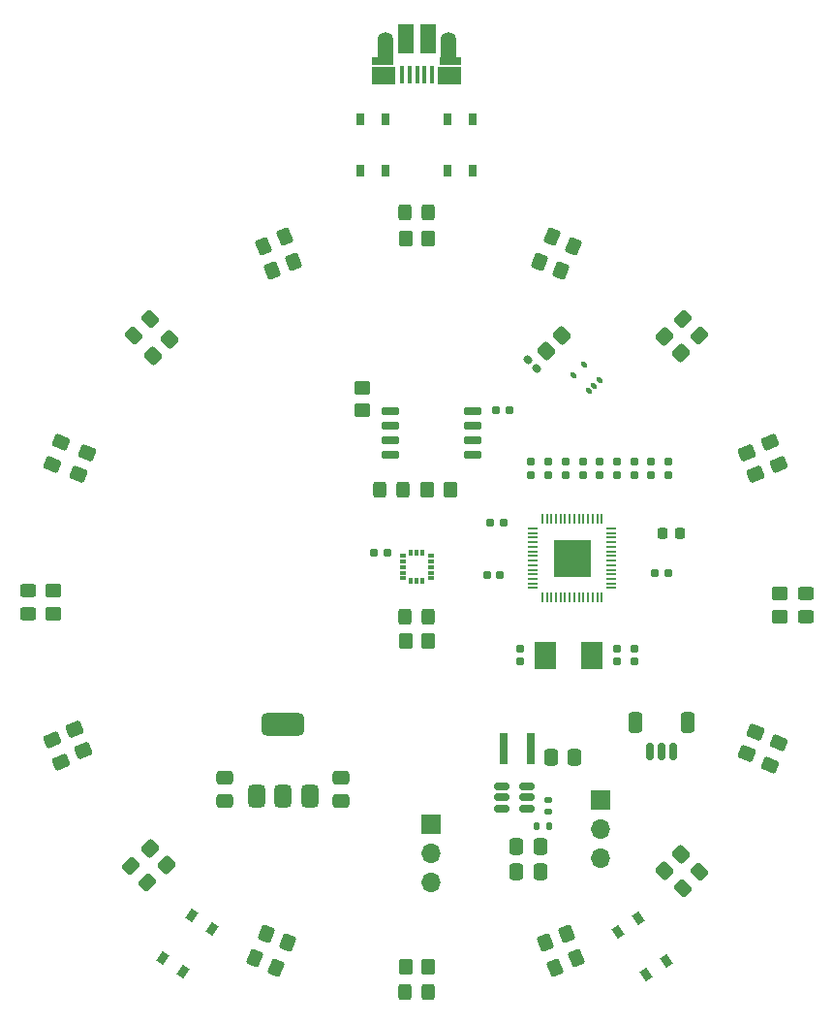
<source format=gbr>
%TF.GenerationSoftware,KiCad,Pcbnew,8.0.6*%
%TF.CreationDate,2024-11-25T23:57:45-05:00*%
%TF.ProjectId,Christmas Ornament 2024,43687269-7374-46d6-9173-204f726e616d,rev?*%
%TF.SameCoordinates,Original*%
%TF.FileFunction,Soldermask,Top*%
%TF.FilePolarity,Negative*%
%FSLAX46Y46*%
G04 Gerber Fmt 4.6, Leading zero omitted, Abs format (unit mm)*
G04 Created by KiCad (PCBNEW 8.0.6) date 2024-11-25 23:57:45*
%MOMM*%
%LPD*%
G01*
G04 APERTURE LIST*
G04 Aperture macros list*
%AMRoundRect*
0 Rectangle with rounded corners*
0 $1 Rounding radius*
0 $2 $3 $4 $5 $6 $7 $8 $9 X,Y pos of 4 corners*
0 Add a 4 corners polygon primitive as box body*
4,1,4,$2,$3,$4,$5,$6,$7,$8,$9,$2,$3,0*
0 Add four circle primitives for the rounded corners*
1,1,$1+$1,$2,$3*
1,1,$1+$1,$4,$5*
1,1,$1+$1,$6,$7*
1,1,$1+$1,$8,$9*
0 Add four rect primitives between the rounded corners*
20,1,$1+$1,$2,$3,$4,$5,0*
20,1,$1+$1,$4,$5,$6,$7,0*
20,1,$1+$1,$6,$7,$8,$9,0*
20,1,$1+$1,$8,$9,$2,$3,0*%
%AMRotRect*
0 Rectangle, with rotation*
0 The origin of the aperture is its center*
0 $1 length*
0 $2 width*
0 $3 Rotation angle, in degrees counterclockwise*
0 Add horizontal line*
21,1,$1,$2,0,0,$3*%
G04 Aperture macros list end*
%ADD10RoundRect,0.155000X-0.155000X0.212500X-0.155000X-0.212500X0.155000X-0.212500X0.155000X0.212500X0*%
%ADD11RoundRect,0.250000X0.088388X-0.548008X0.548008X-0.088388X-0.088388X0.548008X-0.548008X0.088388X0*%
%ADD12RoundRect,0.155000X0.155000X-0.212500X0.155000X0.212500X-0.155000X0.212500X-0.155000X-0.212500X0*%
%ADD13RoundRect,0.250000X0.548008X0.088388X0.088388X0.548008X-0.548008X-0.088388X-0.088388X-0.548008X0*%
%ADD14RoundRect,0.250000X0.450000X-0.350000X0.450000X0.350000X-0.450000X0.350000X-0.450000X-0.350000X0*%
%ADD15RoundRect,0.150000X-0.650000X-0.150000X0.650000X-0.150000X0.650000X0.150000X-0.650000X0.150000X0*%
%ADD16R,0.700000X1.000000*%
%ADD17RoundRect,0.135000X-0.185000X0.135000X-0.185000X-0.135000X0.185000X-0.135000X0.185000X0.135000X0*%
%ADD18RoundRect,0.150000X-0.150000X-0.625000X0.150000X-0.625000X0.150000X0.625000X-0.150000X0.625000X0*%
%ADD19RoundRect,0.250000X-0.350000X-0.650000X0.350000X-0.650000X0.350000X0.650000X-0.350000X0.650000X0*%
%ADD20RoundRect,0.250000X0.549685X-0.151150X0.281807X0.495565X-0.549685X0.151150X-0.281807X-0.495565X0*%
%ADD21RoundRect,0.155000X0.212500X0.155000X-0.212500X0.155000X-0.212500X-0.155000X0.212500X-0.155000X0*%
%ADD22RoundRect,0.135000X0.135000X0.185000X-0.135000X0.185000X-0.135000X-0.185000X0.135000X-0.185000X0*%
%ADD23RoundRect,0.155000X-0.212500X-0.155000X0.212500X-0.155000X0.212500X0.155000X-0.212500X0.155000X0*%
%ADD24RoundRect,0.250000X0.472468X0.291374X-0.128053X0.540118X-0.472468X-0.291374X0.128053X-0.540118X0*%
%ADD25RoundRect,0.100000X0.229810X-0.088388X-0.088388X0.229810X-0.229810X0.088388X0.088388X-0.229810X0*%
%ADD26RotRect,1.000000X0.700000X303.750000*%
%ADD27RoundRect,0.150000X-0.512500X-0.150000X0.512500X-0.150000X0.512500X0.150000X-0.512500X0.150000X0*%
%ADD28RoundRect,0.250000X0.540118X-0.128053X0.291374X0.472468X-0.540118X0.128053X-0.291374X-0.472468X0*%
%ADD29RoundRect,0.250000X0.475000X-0.337500X0.475000X0.337500X-0.475000X0.337500X-0.475000X-0.337500X0*%
%ADD30RoundRect,0.250000X-0.472468X-0.291374X0.128053X-0.540118X0.472468X0.291374X-0.128053X0.540118X0*%
%ADD31RoundRect,0.250000X-0.088388X0.548008X-0.548008X0.088388X0.088388X-0.548008X0.548008X-0.088388X0*%
%ADD32R,0.800000X2.700000*%
%ADD33RoundRect,0.250000X-0.337500X-0.475000X0.337500X-0.475000X0.337500X0.475000X-0.337500X0.475000X0*%
%ADD34RoundRect,0.250000X-0.325000X-0.450000X0.325000X-0.450000X0.325000X0.450000X-0.325000X0.450000X0*%
%ADD35RoundRect,0.250000X-0.565685X-0.070711X-0.070711X-0.565685X0.565685X0.070711X0.070711X0.565685X0*%
%ADD36RoundRect,0.250000X-0.281807X0.495565X-0.549685X-0.151150X0.281807X-0.495565X0.549685X0.151150X0*%
%ADD37RoundRect,0.250000X0.070711X-0.565685X0.565685X-0.070711X-0.070711X0.565685X-0.565685X0.070711X0*%
%ADD38RoundRect,0.160000X-0.160000X0.197500X-0.160000X-0.197500X0.160000X-0.197500X0.160000X0.197500X0*%
%ADD39RoundRect,0.050000X-0.387500X-0.050000X0.387500X-0.050000X0.387500X0.050000X-0.387500X0.050000X0*%
%ADD40RoundRect,0.050000X-0.050000X-0.387500X0.050000X-0.387500X0.050000X0.387500X-0.050000X0.387500X0*%
%ADD41R,3.200000X3.200000*%
%ADD42RoundRect,0.250000X0.128053X0.540118X-0.472468X0.291374X-0.128053X-0.540118X0.472468X-0.291374X0*%
%ADD43RoundRect,0.250000X0.350000X0.450000X-0.350000X0.450000X-0.350000X-0.450000X0.350000X-0.450000X0*%
%ADD44RoundRect,0.250000X-0.128053X-0.540118X0.472468X-0.291374X0.128053X0.540118X-0.472468X0.291374X0*%
%ADD45RoundRect,0.250000X-0.548008X-0.088388X-0.088388X-0.548008X0.548008X0.088388X0.088388X0.548008X0*%
%ADD46RoundRect,0.087500X-0.187500X-0.087500X0.187500X-0.087500X0.187500X0.087500X-0.187500X0.087500X0*%
%ADD47RoundRect,0.087500X-0.087500X-0.187500X0.087500X-0.187500X0.087500X0.187500X-0.087500X0.187500X0*%
%ADD48RoundRect,0.250000X0.450000X-0.325000X0.450000X0.325000X-0.450000X0.325000X-0.450000X-0.325000X0*%
%ADD49R,1.900000X2.400000*%
%ADD50RoundRect,0.250000X-0.350000X-0.450000X0.350000X-0.450000X0.350000X0.450000X-0.350000X0.450000X0*%
%ADD51R,1.700000X1.700000*%
%ADD52O,1.700000X1.700000*%
%ADD53RoundRect,0.250000X-0.450000X0.325000X-0.450000X-0.325000X0.450000X-0.325000X0.450000X0.325000X0*%
%ADD54RoundRect,0.250000X0.281807X-0.495565X0.549685X0.151150X-0.281807X0.495565X-0.549685X-0.151150X0*%
%ADD55RoundRect,0.250000X-0.495565X-0.281807X0.151150X-0.549685X0.495565X0.281807X-0.151150X0.549685X0*%
%ADD56RoundRect,0.250000X-0.070711X0.565685X-0.565685X0.070711X0.070711X-0.565685X0.565685X-0.070711X0*%
%ADD57RoundRect,0.375000X0.375000X-0.625000X0.375000X0.625000X-0.375000X0.625000X-0.375000X-0.625000X0*%
%ADD58RoundRect,0.500000X1.400000X-0.500000X1.400000X0.500000X-1.400000X0.500000X-1.400000X-0.500000X0*%
%ADD59RoundRect,0.250000X0.291374X-0.472468X0.540118X0.128053X-0.291374X0.472468X-0.540118X-0.128053X0*%
%ADD60RoundRect,0.250000X-0.151150X-0.549685X0.495565X-0.281807X0.151150X0.549685X-0.495565X0.281807X0*%
%ADD61RoundRect,0.250000X-0.540118X0.128053X-0.291374X-0.472468X0.540118X-0.128053X0.291374X0.472468X0*%
%ADD62RoundRect,0.250000X0.565685X0.070711X0.070711X0.565685X-0.565685X-0.070711X-0.070711X-0.565685X0*%
%ADD63RoundRect,0.250000X0.325000X0.450000X-0.325000X0.450000X-0.325000X-0.450000X0.325000X-0.450000X0*%
%ADD64RoundRect,0.225000X-0.225000X-0.250000X0.225000X-0.250000X0.225000X0.250000X-0.225000X0.250000X0*%
%ADD65RoundRect,0.250000X-0.450000X0.350000X-0.450000X-0.350000X0.450000X-0.350000X0.450000X0.350000X0*%
%ADD66R,0.400000X1.650000*%
%ADD67R,1.825000X0.700000*%
%ADD68R,2.000000X1.500000*%
%ADD69O,1.350000X1.700000*%
%ADD70R,1.350000X2.000000*%
%ADD71O,1.100000X1.500000*%
%ADD72R,1.430000X2.500000*%
%ADD73RoundRect,0.250000X-0.291374X0.472468X-0.540118X-0.128053X0.291374X-0.472468X0.540118X0.128053X0*%
%ADD74RoundRect,0.155000X0.259862X-0.040659X-0.040659X0.259862X-0.259862X0.040659X0.040659X-0.259862X0*%
%ADD75RoundRect,0.250000X0.151150X0.549685X-0.495565X0.281807X-0.151150X-0.549685X0.495565X-0.281807X0*%
%ADD76RoundRect,0.250000X0.495565X0.281807X-0.151150X0.549685X-0.495565X-0.281807X0.151150X-0.549685X0*%
%ADD77RoundRect,0.250000X-0.549685X0.151150X-0.281807X-0.495565X0.549685X-0.151150X0.281807X0.495565X0*%
%ADD78RotRect,1.000000X0.700000X236.250000*%
G04 APERTURE END LIST*
D10*
%TO.C,C13*%
X144500000Y-105567500D03*
X144500000Y-106702500D03*
%TD*%
D11*
%TO.C,D3*%
X102275215Y-78224785D03*
X103724785Y-76775215D03*
%TD*%
D12*
%TO.C,C2*%
X144500000Y-90385000D03*
X144500000Y-89250000D03*
%TD*%
%TO.C,C10*%
X138500000Y-90385000D03*
X138500000Y-89250000D03*
%TD*%
D13*
%TO.C,D6*%
X103474785Y-125974785D03*
X102025215Y-124525215D03*
%TD*%
D14*
%TO.C,R11*%
X95250000Y-102500001D03*
X95250000Y-100499999D03*
%TD*%
D15*
%TO.C,U4*%
X124650000Y-84845000D03*
X124650000Y-86115000D03*
X124650000Y-87385000D03*
X124650000Y-88655000D03*
X131850000Y-88655000D03*
X131850000Y-87385000D03*
X131850000Y-86115000D03*
X131850000Y-84845000D03*
%TD*%
D16*
%TO.C,SW1*%
X129709999Y-63845001D03*
X129709999Y-59345001D03*
X131859999Y-63845001D03*
X131859999Y-59345001D03*
%TD*%
D17*
%TO.C,R3*%
X138520000Y-118790000D03*
X138520000Y-119810000D03*
%TD*%
D18*
%TO.C,J2*%
X147400000Y-114525000D03*
X148400000Y-114525000D03*
X149400000Y-114525000D03*
D19*
X146100000Y-112000000D03*
X150700000Y-112000000D03*
%TD*%
D20*
%TO.C,R13*%
X97882684Y-114423880D03*
X97117316Y-112576120D03*
%TD*%
D21*
%TO.C,C19*%
X124392500Y-97155000D03*
X123257500Y-97155000D03*
%TD*%
D22*
%TO.C,R4*%
X138530000Y-121050000D03*
X137510000Y-121050000D03*
%TD*%
D21*
%TO.C,C9*%
X134567500Y-94567500D03*
X133432500Y-94567500D03*
%TD*%
D23*
%TO.C,C6*%
X147832500Y-99000000D03*
X148967500Y-99000000D03*
%TD*%
D24*
%TO.C,D8*%
X114696977Y-133392251D03*
X112803023Y-132607749D03*
%TD*%
D25*
%TO.C,U6*%
X142042681Y-83041523D03*
X142502298Y-82581903D03*
X142961919Y-82122284D03*
X141618415Y-80778781D03*
X140699177Y-81698020D03*
%TD*%
D26*
%TO.C,SW4*%
X146349583Y-129090066D03*
X148849649Y-132831679D03*
X144561923Y-130284542D03*
X147061990Y-134026156D03*
%TD*%
D27*
%TO.C,U5*%
X134382500Y-117600000D03*
X134382500Y-118550000D03*
X134382500Y-119500000D03*
X136657500Y-119500000D03*
X136657500Y-118550000D03*
X136657500Y-117600000D03*
%TD*%
D28*
%TO.C,D7*%
X95892251Y-115446977D03*
X95107749Y-113553023D03*
%TD*%
D29*
%TO.C,C18*%
X120396000Y-118893500D03*
X120396000Y-116818500D03*
%TD*%
D30*
%TO.C,D16*%
X138803023Y-69607749D03*
X140696977Y-70392251D03*
%TD*%
D31*
%TO.C,D10*%
X151724785Y-125025215D03*
X150275215Y-126474785D03*
%TD*%
D32*
%TO.C,L1*%
X136920000Y-114300000D03*
X134620000Y-114300000D03*
%TD*%
D12*
%TO.C,C12*%
X149000000Y-90385000D03*
X149000000Y-89250000D03*
%TD*%
D33*
%TO.C,C17*%
X135695000Y-125050000D03*
X137770000Y-125050000D03*
%TD*%
D34*
%TO.C,D17*%
X125975000Y-102800000D03*
X128025000Y-102800000D03*
%TD*%
D35*
%TO.C,R18*%
X148644893Y-78286893D03*
X150059107Y-79701107D03*
%TD*%
D36*
%TO.C,R20*%
X156592684Y-112868120D03*
X155827316Y-114715880D03*
%TD*%
D37*
%TO.C,R8*%
X138292892Y-79607107D03*
X139707108Y-78192893D03*
%TD*%
D38*
%TO.C,R2*%
X143000000Y-89220000D03*
X143000000Y-90415000D03*
%TD*%
D39*
%TO.C,U1*%
X137125000Y-95067500D03*
X137125000Y-95467500D03*
X137125000Y-95867500D03*
X137125000Y-96267500D03*
X137125000Y-96667500D03*
X137125000Y-97067500D03*
X137125000Y-97467500D03*
X137125000Y-97867500D03*
X137125000Y-98267500D03*
X137125000Y-98667500D03*
X137125000Y-99067500D03*
X137125000Y-99467500D03*
X137125000Y-99867500D03*
X137125000Y-100267500D03*
D40*
X137962500Y-101105000D03*
X138362500Y-101105000D03*
X138762500Y-101105000D03*
X139162500Y-101105000D03*
X139562500Y-101105000D03*
X139962500Y-101105000D03*
X140362500Y-101105000D03*
X140762500Y-101105000D03*
X141162500Y-101105000D03*
X141562500Y-101105000D03*
X141962500Y-101105000D03*
X142362500Y-101105000D03*
X142762500Y-101105000D03*
X143162500Y-101105000D03*
D39*
X144000000Y-100267500D03*
X144000000Y-99867500D03*
X144000000Y-99467500D03*
X144000000Y-99067500D03*
X144000000Y-98667500D03*
X144000000Y-98267500D03*
X144000000Y-97867500D03*
X144000000Y-97467500D03*
X144000000Y-97067500D03*
X144000000Y-96667500D03*
X144000000Y-96267500D03*
X144000000Y-95867500D03*
X144000000Y-95467500D03*
X144000000Y-95067500D03*
D40*
X143162500Y-94230000D03*
X142762500Y-94230000D03*
X142362500Y-94230000D03*
X141962500Y-94230000D03*
X141562500Y-94230000D03*
X141162500Y-94230000D03*
X140762500Y-94230000D03*
X140362500Y-94230000D03*
X139962500Y-94230000D03*
X139562500Y-94230000D03*
X139162500Y-94230000D03*
X138762500Y-94230000D03*
X138362500Y-94230000D03*
X137962500Y-94230000D03*
D41*
X140562500Y-97667500D03*
%TD*%
D42*
%TO.C,D13*%
X140946977Y-132607749D03*
X139053023Y-133392251D03*
%TD*%
D43*
%TO.C,R23*%
X128000000Y-104902001D03*
X126000000Y-104902001D03*
%TD*%
%TO.C,R24*%
X129900000Y-91700000D03*
X127900000Y-91700000D03*
%TD*%
D44*
%TO.C,D2*%
X113553023Y-70392251D03*
X115446977Y-69607749D03*
%TD*%
D38*
%TO.C,R1*%
X141500000Y-89220000D03*
X141500000Y-90415000D03*
%TD*%
D45*
%TO.C,D12*%
X150275215Y-76775215D03*
X151724785Y-78224785D03*
%TD*%
D46*
%TO.C,U2*%
X125775000Y-97425000D03*
X125775000Y-97925000D03*
X125775000Y-98425000D03*
X125775000Y-98925000D03*
X125775000Y-99425000D03*
D47*
X126500000Y-99650000D03*
X127000000Y-99650000D03*
X127500000Y-99650000D03*
D46*
X128225000Y-99425000D03*
X128225000Y-98925000D03*
X128225000Y-98425000D03*
X128225000Y-97925000D03*
X128225000Y-97425000D03*
D47*
X127500000Y-97200000D03*
X127000000Y-97200000D03*
X126500000Y-97200000D03*
%TD*%
D48*
%TO.C,D5*%
X93000000Y-102525001D03*
X93000000Y-100474999D03*
%TD*%
D34*
%TO.C,D1*%
X125975000Y-67500000D03*
X128025000Y-67500000D03*
%TD*%
D23*
%TO.C,C20*%
X133932500Y-84750000D03*
X135067500Y-84750000D03*
%TD*%
D10*
%TO.C,C14*%
X136000000Y-105567500D03*
X136000000Y-106702500D03*
%TD*%
D49*
%TO.C,Y1*%
X142300000Y-106135000D03*
X138200000Y-106135000D03*
%TD*%
D21*
%TO.C,C8*%
X134267500Y-99100000D03*
X133132500Y-99100000D03*
%TD*%
D50*
%TO.C,R5*%
X125999999Y-69750000D03*
X128000001Y-69750000D03*
%TD*%
D14*
%TO.C,R6*%
X122250000Y-84750000D03*
X122250000Y-82750000D03*
%TD*%
D51*
%TO.C,J4*%
X128270000Y-120904000D03*
D52*
X128270000Y-123444000D03*
X128270000Y-125984000D03*
%TD*%
D34*
%TO.C,D18*%
X123775000Y-91700000D03*
X125825000Y-91700000D03*
%TD*%
D53*
%TO.C,D11*%
X161000000Y-100724999D03*
X161000000Y-102775001D03*
%TD*%
D51*
%TO.C,J5*%
X143020000Y-118760000D03*
D52*
X143020000Y-121300000D03*
X143020000Y-123840000D03*
%TD*%
D33*
%TO.C,C16*%
X135695000Y-122800000D03*
X137770000Y-122800000D03*
%TD*%
D54*
%TO.C,R10*%
X97407316Y-90331880D03*
X98172684Y-88484120D03*
%TD*%
D43*
%TO.C,R15*%
X128000001Y-133350000D03*
X125999999Y-133350000D03*
%TD*%
D29*
%TO.C,C3*%
X110236000Y-118893500D03*
X110236000Y-116818500D03*
%TD*%
D55*
%TO.C,R22*%
X137760120Y-71753317D03*
X139607880Y-72518683D03*
%TD*%
D56*
%TO.C,R16*%
X150059107Y-123498893D03*
X148644893Y-124913107D03*
%TD*%
D57*
%TO.C,U3*%
X113016000Y-118466000D03*
X115316000Y-118466001D03*
D58*
X115316000Y-112165999D03*
D57*
X117616000Y-118466001D03*
%TD*%
D59*
%TO.C,D4*%
X95107749Y-89446977D03*
X95892251Y-87553023D03*
%TD*%
D37*
%TO.C,R9*%
X103940893Y-79955107D03*
X105355107Y-78540893D03*
%TD*%
D60*
%TO.C,R7*%
X114392120Y-72518683D03*
X116239880Y-71753317D03*
%TD*%
D12*
%TO.C,C4*%
X146000000Y-90385000D03*
X146000000Y-89250000D03*
%TD*%
D61*
%TO.C,D15*%
X157857749Y-87553023D03*
X158642251Y-89446977D03*
%TD*%
D12*
%TO.C,C1*%
X140000000Y-90385000D03*
X140000000Y-89250000D03*
%TD*%
D33*
%TO.C,C15*%
X138732500Y-115050000D03*
X140807500Y-115050000D03*
%TD*%
D62*
%TO.C,R12*%
X105101107Y-124405107D03*
X103686893Y-122990893D03*
%TD*%
D63*
%TO.C,D9*%
X128025001Y-135500000D03*
X125974999Y-135500000D03*
%TD*%
D64*
%TO.C,C21*%
X148475000Y-95500000D03*
X150025000Y-95500000D03*
%TD*%
D65*
%TO.C,R17*%
X158750000Y-100749999D03*
X158750000Y-102750001D03*
%TD*%
D66*
%TO.C,J1*%
X128325000Y-55440000D03*
X127675000Y-55440000D03*
X127025000Y-55439999D03*
X126374999Y-55440001D03*
X125725000Y-55440000D03*
D67*
X129975000Y-54240000D03*
D68*
X129874999Y-55539999D03*
D69*
X129755000Y-52560000D03*
D70*
X129754999Y-53490000D03*
D71*
X129444999Y-55559999D03*
D72*
X127985000Y-52290000D03*
X126065000Y-52290000D03*
D71*
X124605000Y-55560000D03*
D69*
X124295000Y-52560000D03*
D70*
X124275000Y-53490000D03*
D68*
X124125000Y-55560000D03*
D67*
X124025000Y-54240000D03*
%TD*%
D12*
%TO.C,C5*%
X147500000Y-90385000D03*
X147500000Y-89250000D03*
%TD*%
D10*
%TO.C,C7*%
X146000000Y-105567500D03*
X146000000Y-106702500D03*
%TD*%
D73*
%TO.C,D14*%
X158642251Y-113803023D03*
X157857749Y-115696977D03*
%TD*%
D74*
%TO.C,C22*%
X137501283Y-81101283D03*
X136698717Y-80298717D03*
%TD*%
D16*
%TO.C,SW2*%
X122089999Y-63845001D03*
X122089999Y-59345001D03*
X124239999Y-63845001D03*
X124239999Y-59345001D03*
%TD*%
D75*
%TO.C,R19*%
X140115880Y-130427316D03*
X138268120Y-131192684D03*
%TD*%
D12*
%TO.C,C11*%
X137000000Y-90385000D03*
X137000000Y-89250000D03*
%TD*%
D76*
%TO.C,R14*%
X115673880Y-131192684D03*
X113826120Y-130427316D03*
%TD*%
D77*
%TO.C,R21*%
X155827316Y-88484120D03*
X156592684Y-90331880D03*
%TD*%
D78*
%TO.C,SW3*%
X109098650Y-130058319D03*
X106598584Y-133799932D03*
X107310990Y-128863843D03*
X104810923Y-132605458D03*
%TD*%
M02*

</source>
